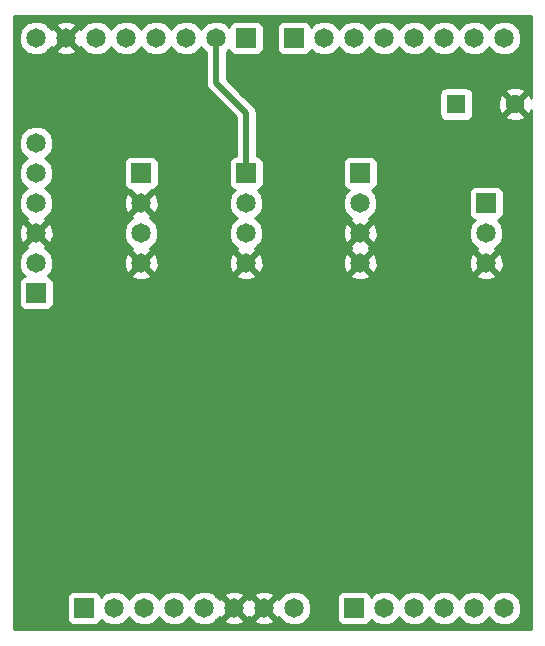
<source format=gbr>
G04 #@! TF.GenerationSoftware,KiCad,Pcbnew,(2017-02-16 revision ccbdb41)-makepkg*
G04 #@! TF.CreationDate,2017-02-23T14:10:58+01:00*
G04 #@! TF.ProjectId,Kicad,4B696361642E6B696361645F70636200,rev?*
G04 #@! TF.FileFunction,Copper,L2,Bot,Signal*
G04 #@! TF.FilePolarity,Positive*
%FSLAX46Y46*%
G04 Gerber Fmt 4.6, Leading zero omitted, Abs format (unit mm)*
G04 Created by KiCad (PCBNEW (2017-02-16 revision ccbdb41)-makepkg) date 02/23/17 14:10:58*
%MOMM*%
%LPD*%
G01*
G04 APERTURE LIST*
%ADD10C,0.100000*%
%ADD11R,1.651000X1.651000*%
%ADD12C,1.651000*%
%ADD13R,1.600000X1.600000*%
%ADD14C,1.600000*%
%ADD15C,0.500000*%
%ADD16C,0.254000*%
G04 APERTURE END LIST*
D10*
D11*
X137922000Y-93853000D03*
D12*
X137922000Y-96393000D03*
X137922000Y-98933000D03*
X137922000Y-101473000D03*
D11*
X119380000Y-93853000D03*
D12*
X119380000Y-96393000D03*
X119380000Y-98933000D03*
X119380000Y-101473000D03*
D11*
X128270000Y-93853000D03*
D12*
X128270000Y-96393000D03*
X128270000Y-98933000D03*
X128270000Y-101473000D03*
D11*
X110490000Y-104013000D03*
D12*
X110490000Y-101473000D03*
X110490000Y-98933000D03*
X110490000Y-96393000D03*
X110490000Y-93853000D03*
X110490000Y-91313000D03*
D11*
X148590000Y-96393000D03*
D12*
X148590000Y-98933000D03*
X148590000Y-101473000D03*
D11*
X114554000Y-130683000D03*
D12*
X117094000Y-130683000D03*
X119634000Y-130683000D03*
X122174000Y-130683000D03*
X124714000Y-130683000D03*
X127254000Y-130683000D03*
X129794000Y-130683000D03*
X132334000Y-130683000D03*
D11*
X137414000Y-130683000D03*
D12*
X139954000Y-130683000D03*
X142494000Y-130683000D03*
X145034000Y-130683000D03*
X147574000Y-130683000D03*
X150114000Y-130683000D03*
D11*
X132334000Y-82423000D03*
D12*
X134874000Y-82423000D03*
X137414000Y-82423000D03*
X139954000Y-82423000D03*
X142494000Y-82423000D03*
X145034000Y-82423000D03*
X147574000Y-82423000D03*
X150114000Y-82423000D03*
D11*
X128270000Y-82423000D03*
D12*
X125730000Y-82423000D03*
X123190000Y-82423000D03*
X120650000Y-82423000D03*
X118110000Y-82423000D03*
X115570000Y-82423000D03*
X113030000Y-82423000D03*
X110490000Y-82423000D03*
D13*
X146050000Y-88011000D03*
D14*
X151050000Y-88011000D03*
D15*
X125730000Y-82423000D02*
X125730000Y-86233000D01*
X128270000Y-88773000D02*
X128270000Y-93853000D01*
X125730000Y-86233000D02*
X128270000Y-88773000D01*
D16*
G36*
X152400000Y-87489087D02*
X152303864Y-87256995D01*
X152057745Y-87182861D01*
X151229605Y-88011000D01*
X152057745Y-88839139D01*
X152303864Y-88765005D01*
X152400000Y-88497544D01*
X152400000Y-132461000D01*
X108660000Y-132461000D01*
X108660000Y-129857500D01*
X113081060Y-129857500D01*
X113081060Y-131508500D01*
X113130343Y-131756265D01*
X113270691Y-131966309D01*
X113480735Y-132106657D01*
X113728500Y-132155940D01*
X115379500Y-132155940D01*
X115627265Y-132106657D01*
X115837309Y-131966309D01*
X115977657Y-131756265D01*
X115998273Y-131652623D01*
X116265613Y-131920430D01*
X116802214Y-132143246D01*
X117383237Y-132143753D01*
X117920226Y-131921874D01*
X118331430Y-131511387D01*
X118363804Y-131433421D01*
X118395126Y-131509226D01*
X118805613Y-131920430D01*
X119342214Y-132143246D01*
X119923237Y-132143753D01*
X120460226Y-131921874D01*
X120871430Y-131511387D01*
X120903804Y-131433421D01*
X120935126Y-131509226D01*
X121345613Y-131920430D01*
X121882214Y-132143246D01*
X122463237Y-132143753D01*
X123000226Y-131921874D01*
X123411430Y-131511387D01*
X123443804Y-131433421D01*
X123475126Y-131509226D01*
X123885613Y-131920430D01*
X124422214Y-132143246D01*
X125003237Y-132143753D01*
X125540226Y-131921874D01*
X125753256Y-131709215D01*
X126407390Y-131709215D01*
X126484656Y-131957976D01*
X127031131Y-132155340D01*
X127611535Y-132128553D01*
X128023344Y-131957976D01*
X128100610Y-131709215D01*
X128947390Y-131709215D01*
X129024656Y-131957976D01*
X129571131Y-132155340D01*
X130151535Y-132128553D01*
X130563344Y-131957976D01*
X130640610Y-131709215D01*
X129794000Y-130862605D01*
X128947390Y-131709215D01*
X128100610Y-131709215D01*
X127254000Y-130862605D01*
X126407390Y-131709215D01*
X125753256Y-131709215D01*
X125951430Y-131511387D01*
X125977487Y-131448634D01*
X125979024Y-131452344D01*
X126227785Y-131529610D01*
X127074395Y-130683000D01*
X127433605Y-130683000D01*
X128280215Y-131529610D01*
X128524000Y-131453890D01*
X128767785Y-131529610D01*
X129614395Y-130683000D01*
X129973605Y-130683000D01*
X130820215Y-131529610D01*
X131068976Y-131452344D01*
X131070211Y-131448926D01*
X131095126Y-131509226D01*
X131505613Y-131920430D01*
X132042214Y-132143246D01*
X132623237Y-132143753D01*
X133160226Y-131921874D01*
X133571430Y-131511387D01*
X133794246Y-130974786D01*
X133794753Y-130393763D01*
X133573174Y-129857500D01*
X135941060Y-129857500D01*
X135941060Y-131508500D01*
X135990343Y-131756265D01*
X136130691Y-131966309D01*
X136340735Y-132106657D01*
X136588500Y-132155940D01*
X138239500Y-132155940D01*
X138487265Y-132106657D01*
X138697309Y-131966309D01*
X138837657Y-131756265D01*
X138858273Y-131652623D01*
X139125613Y-131920430D01*
X139662214Y-132143246D01*
X140243237Y-132143753D01*
X140780226Y-131921874D01*
X141191430Y-131511387D01*
X141223804Y-131433421D01*
X141255126Y-131509226D01*
X141665613Y-131920430D01*
X142202214Y-132143246D01*
X142783237Y-132143753D01*
X143320226Y-131921874D01*
X143731430Y-131511387D01*
X143763804Y-131433421D01*
X143795126Y-131509226D01*
X144205613Y-131920430D01*
X144742214Y-132143246D01*
X145323237Y-132143753D01*
X145860226Y-131921874D01*
X146271430Y-131511387D01*
X146303804Y-131433421D01*
X146335126Y-131509226D01*
X146745613Y-131920430D01*
X147282214Y-132143246D01*
X147863237Y-132143753D01*
X148400226Y-131921874D01*
X148811430Y-131511387D01*
X148843804Y-131433421D01*
X148875126Y-131509226D01*
X149285613Y-131920430D01*
X149822214Y-132143246D01*
X150403237Y-132143753D01*
X150940226Y-131921874D01*
X151351430Y-131511387D01*
X151574246Y-130974786D01*
X151574753Y-130393763D01*
X151352874Y-129856774D01*
X150942387Y-129445570D01*
X150405786Y-129222754D01*
X149824763Y-129222247D01*
X149287774Y-129444126D01*
X148876570Y-129854613D01*
X148844196Y-129932579D01*
X148812874Y-129856774D01*
X148402387Y-129445570D01*
X147865786Y-129222754D01*
X147284763Y-129222247D01*
X146747774Y-129444126D01*
X146336570Y-129854613D01*
X146304196Y-129932579D01*
X146272874Y-129856774D01*
X145862387Y-129445570D01*
X145325786Y-129222754D01*
X144744763Y-129222247D01*
X144207774Y-129444126D01*
X143796570Y-129854613D01*
X143764196Y-129932579D01*
X143732874Y-129856774D01*
X143322387Y-129445570D01*
X142785786Y-129222754D01*
X142204763Y-129222247D01*
X141667774Y-129444126D01*
X141256570Y-129854613D01*
X141224196Y-129932579D01*
X141192874Y-129856774D01*
X140782387Y-129445570D01*
X140245786Y-129222754D01*
X139664763Y-129222247D01*
X139127774Y-129444126D01*
X138858236Y-129713194D01*
X138837657Y-129609735D01*
X138697309Y-129399691D01*
X138487265Y-129259343D01*
X138239500Y-129210060D01*
X136588500Y-129210060D01*
X136340735Y-129259343D01*
X136130691Y-129399691D01*
X135990343Y-129609735D01*
X135941060Y-129857500D01*
X133573174Y-129857500D01*
X133572874Y-129856774D01*
X133162387Y-129445570D01*
X132625786Y-129222754D01*
X132044763Y-129222247D01*
X131507774Y-129444126D01*
X131096570Y-129854613D01*
X131070513Y-129917366D01*
X131068976Y-129913656D01*
X130820215Y-129836390D01*
X129973605Y-130683000D01*
X129614395Y-130683000D01*
X128767785Y-129836390D01*
X128524000Y-129912110D01*
X128280215Y-129836390D01*
X127433605Y-130683000D01*
X127074395Y-130683000D01*
X126227785Y-129836390D01*
X125979024Y-129913656D01*
X125977789Y-129917074D01*
X125952874Y-129856774D01*
X125753234Y-129656785D01*
X126407390Y-129656785D01*
X127254000Y-130503395D01*
X128100610Y-129656785D01*
X128947390Y-129656785D01*
X129794000Y-130503395D01*
X130640610Y-129656785D01*
X130563344Y-129408024D01*
X130016869Y-129210660D01*
X129436465Y-129237447D01*
X129024656Y-129408024D01*
X128947390Y-129656785D01*
X128100610Y-129656785D01*
X128023344Y-129408024D01*
X127476869Y-129210660D01*
X126896465Y-129237447D01*
X126484656Y-129408024D01*
X126407390Y-129656785D01*
X125753234Y-129656785D01*
X125542387Y-129445570D01*
X125005786Y-129222754D01*
X124424763Y-129222247D01*
X123887774Y-129444126D01*
X123476570Y-129854613D01*
X123444196Y-129932579D01*
X123412874Y-129856774D01*
X123002387Y-129445570D01*
X122465786Y-129222754D01*
X121884763Y-129222247D01*
X121347774Y-129444126D01*
X120936570Y-129854613D01*
X120904196Y-129932579D01*
X120872874Y-129856774D01*
X120462387Y-129445570D01*
X119925786Y-129222754D01*
X119344763Y-129222247D01*
X118807774Y-129444126D01*
X118396570Y-129854613D01*
X118364196Y-129932579D01*
X118332874Y-129856774D01*
X117922387Y-129445570D01*
X117385786Y-129222754D01*
X116804763Y-129222247D01*
X116267774Y-129444126D01*
X115998236Y-129713194D01*
X115977657Y-129609735D01*
X115837309Y-129399691D01*
X115627265Y-129259343D01*
X115379500Y-129210060D01*
X113728500Y-129210060D01*
X113480735Y-129259343D01*
X113270691Y-129399691D01*
X113130343Y-129609735D01*
X113081060Y-129857500D01*
X108660000Y-129857500D01*
X108660000Y-103187500D01*
X109017060Y-103187500D01*
X109017060Y-104838500D01*
X109066343Y-105086265D01*
X109206691Y-105296309D01*
X109416735Y-105436657D01*
X109664500Y-105485940D01*
X111315500Y-105485940D01*
X111563265Y-105436657D01*
X111773309Y-105296309D01*
X111913657Y-105086265D01*
X111962940Y-104838500D01*
X111962940Y-103187500D01*
X111913657Y-102939735D01*
X111773309Y-102729691D01*
X111563265Y-102589343D01*
X111459623Y-102568727D01*
X111529256Y-102499215D01*
X118533390Y-102499215D01*
X118610656Y-102747976D01*
X119157131Y-102945340D01*
X119737535Y-102918553D01*
X120149344Y-102747976D01*
X120226610Y-102499215D01*
X127423390Y-102499215D01*
X127500656Y-102747976D01*
X128047131Y-102945340D01*
X128627535Y-102918553D01*
X129039344Y-102747976D01*
X129116610Y-102499215D01*
X137075390Y-102499215D01*
X137152656Y-102747976D01*
X137699131Y-102945340D01*
X138279535Y-102918553D01*
X138691344Y-102747976D01*
X138768610Y-102499215D01*
X147743390Y-102499215D01*
X147820656Y-102747976D01*
X148367131Y-102945340D01*
X148947535Y-102918553D01*
X149359344Y-102747976D01*
X149436610Y-102499215D01*
X148590000Y-101652605D01*
X147743390Y-102499215D01*
X138768610Y-102499215D01*
X137922000Y-101652605D01*
X137075390Y-102499215D01*
X129116610Y-102499215D01*
X128270000Y-101652605D01*
X127423390Y-102499215D01*
X120226610Y-102499215D01*
X119380000Y-101652605D01*
X118533390Y-102499215D01*
X111529256Y-102499215D01*
X111727430Y-102301387D01*
X111950246Y-101764786D01*
X111950695Y-101250131D01*
X117907660Y-101250131D01*
X117934447Y-101830535D01*
X118105024Y-102242344D01*
X118353785Y-102319610D01*
X119200395Y-101473000D01*
X119559605Y-101473000D01*
X120406215Y-102319610D01*
X120654976Y-102242344D01*
X120852340Y-101695869D01*
X120831769Y-101250131D01*
X126797660Y-101250131D01*
X126824447Y-101830535D01*
X126995024Y-102242344D01*
X127243785Y-102319610D01*
X128090395Y-101473000D01*
X128449605Y-101473000D01*
X129296215Y-102319610D01*
X129544976Y-102242344D01*
X129742340Y-101695869D01*
X129721769Y-101250131D01*
X136449660Y-101250131D01*
X136476447Y-101830535D01*
X136647024Y-102242344D01*
X136895785Y-102319610D01*
X137742395Y-101473000D01*
X138101605Y-101473000D01*
X138948215Y-102319610D01*
X139196976Y-102242344D01*
X139394340Y-101695869D01*
X139373769Y-101250131D01*
X147117660Y-101250131D01*
X147144447Y-101830535D01*
X147315024Y-102242344D01*
X147563785Y-102319610D01*
X148410395Y-101473000D01*
X148769605Y-101473000D01*
X149616215Y-102319610D01*
X149864976Y-102242344D01*
X150062340Y-101695869D01*
X150035553Y-101115465D01*
X149864976Y-100703656D01*
X149616215Y-100626390D01*
X148769605Y-101473000D01*
X148410395Y-101473000D01*
X147563785Y-100626390D01*
X147315024Y-100703656D01*
X147117660Y-101250131D01*
X139373769Y-101250131D01*
X139367553Y-101115465D01*
X139196976Y-100703656D01*
X138948215Y-100626390D01*
X138101605Y-101473000D01*
X137742395Y-101473000D01*
X136895785Y-100626390D01*
X136647024Y-100703656D01*
X136449660Y-101250131D01*
X129721769Y-101250131D01*
X129715553Y-101115465D01*
X129544976Y-100703656D01*
X129296215Y-100626390D01*
X128449605Y-101473000D01*
X128090395Y-101473000D01*
X127243785Y-100626390D01*
X126995024Y-100703656D01*
X126797660Y-101250131D01*
X120831769Y-101250131D01*
X120825553Y-101115465D01*
X120654976Y-100703656D01*
X120406215Y-100626390D01*
X119559605Y-101473000D01*
X119200395Y-101473000D01*
X118353785Y-100626390D01*
X118105024Y-100703656D01*
X117907660Y-101250131D01*
X111950695Y-101250131D01*
X111950753Y-101183763D01*
X111728874Y-100646774D01*
X111318387Y-100235570D01*
X111255634Y-100209513D01*
X111259344Y-100207976D01*
X111336610Y-99959215D01*
X110490000Y-99112605D01*
X109643390Y-99959215D01*
X109720656Y-100207976D01*
X109724074Y-100209211D01*
X109663774Y-100234126D01*
X109252570Y-100644613D01*
X109029754Y-101181214D01*
X109029247Y-101762237D01*
X109251126Y-102299226D01*
X109520194Y-102568764D01*
X109416735Y-102589343D01*
X109206691Y-102729691D01*
X109066343Y-102939735D01*
X109017060Y-103187500D01*
X108660000Y-103187500D01*
X108660000Y-98710131D01*
X109017660Y-98710131D01*
X109044447Y-99290535D01*
X109215024Y-99702344D01*
X109463785Y-99779610D01*
X110310395Y-98933000D01*
X110669605Y-98933000D01*
X111516215Y-99779610D01*
X111764976Y-99702344D01*
X111938370Y-99222237D01*
X117919247Y-99222237D01*
X118141126Y-99759226D01*
X118551613Y-100170430D01*
X118614366Y-100196487D01*
X118610656Y-100198024D01*
X118533390Y-100446785D01*
X119380000Y-101293395D01*
X120226610Y-100446785D01*
X120149344Y-100198024D01*
X120145926Y-100196789D01*
X120206226Y-100171874D01*
X120617430Y-99761387D01*
X120840246Y-99224786D01*
X120840753Y-98643763D01*
X120618874Y-98106774D01*
X120208387Y-97695570D01*
X120145634Y-97669513D01*
X120149344Y-97667976D01*
X120226610Y-97419215D01*
X119380000Y-96572605D01*
X118533390Y-97419215D01*
X118610656Y-97667976D01*
X118614074Y-97669211D01*
X118553774Y-97694126D01*
X118142570Y-98104613D01*
X117919754Y-98641214D01*
X117919247Y-99222237D01*
X111938370Y-99222237D01*
X111962340Y-99155869D01*
X111935553Y-98575465D01*
X111764976Y-98163656D01*
X111516215Y-98086390D01*
X110669605Y-98933000D01*
X110310395Y-98933000D01*
X109463785Y-98086390D01*
X109215024Y-98163656D01*
X109017660Y-98710131D01*
X108660000Y-98710131D01*
X108660000Y-91602237D01*
X109029247Y-91602237D01*
X109251126Y-92139226D01*
X109661613Y-92550430D01*
X109739579Y-92582804D01*
X109663774Y-92614126D01*
X109252570Y-93024613D01*
X109029754Y-93561214D01*
X109029247Y-94142237D01*
X109251126Y-94679226D01*
X109661613Y-95090430D01*
X109739579Y-95122804D01*
X109663774Y-95154126D01*
X109252570Y-95564613D01*
X109029754Y-96101214D01*
X109029247Y-96682237D01*
X109251126Y-97219226D01*
X109661613Y-97630430D01*
X109724366Y-97656487D01*
X109720656Y-97658024D01*
X109643390Y-97906785D01*
X110490000Y-98753395D01*
X111336610Y-97906785D01*
X111259344Y-97658024D01*
X111255926Y-97656789D01*
X111316226Y-97631874D01*
X111727430Y-97221387D01*
X111950246Y-96684786D01*
X111950695Y-96170131D01*
X117907660Y-96170131D01*
X117934447Y-96750535D01*
X118105024Y-97162344D01*
X118353785Y-97239610D01*
X119200395Y-96393000D01*
X119559605Y-96393000D01*
X120406215Y-97239610D01*
X120654976Y-97162344D01*
X120852340Y-96615869D01*
X120825553Y-96035465D01*
X120654976Y-95623656D01*
X120406215Y-95546390D01*
X119559605Y-96393000D01*
X119200395Y-96393000D01*
X118353785Y-95546390D01*
X118105024Y-95623656D01*
X117907660Y-96170131D01*
X111950695Y-96170131D01*
X111950753Y-96103763D01*
X111728874Y-95566774D01*
X111318387Y-95155570D01*
X111240421Y-95123196D01*
X111316226Y-95091874D01*
X111727430Y-94681387D01*
X111950246Y-94144786D01*
X111950753Y-93563763D01*
X111729174Y-93027500D01*
X117907060Y-93027500D01*
X117907060Y-94678500D01*
X117956343Y-94926265D01*
X118096691Y-95136309D01*
X118306735Y-95276657D01*
X118546567Y-95324362D01*
X118533390Y-95366785D01*
X119380000Y-96213395D01*
X120226610Y-95366785D01*
X120213433Y-95324362D01*
X120453265Y-95276657D01*
X120663309Y-95136309D01*
X120803657Y-94926265D01*
X120852940Y-94678500D01*
X120852940Y-93027500D01*
X120803657Y-92779735D01*
X120663309Y-92569691D01*
X120453265Y-92429343D01*
X120205500Y-92380060D01*
X118554500Y-92380060D01*
X118306735Y-92429343D01*
X118096691Y-92569691D01*
X117956343Y-92779735D01*
X117907060Y-93027500D01*
X111729174Y-93027500D01*
X111728874Y-93026774D01*
X111318387Y-92615570D01*
X111240421Y-92583196D01*
X111316226Y-92551874D01*
X111727430Y-92141387D01*
X111950246Y-91604786D01*
X111950753Y-91023763D01*
X111728874Y-90486774D01*
X111318387Y-90075570D01*
X110781786Y-89852754D01*
X110200763Y-89852247D01*
X109663774Y-90074126D01*
X109252570Y-90484613D01*
X109029754Y-91021214D01*
X109029247Y-91602237D01*
X108660000Y-91602237D01*
X108660000Y-82712237D01*
X109029247Y-82712237D01*
X109251126Y-83249226D01*
X109661613Y-83660430D01*
X110198214Y-83883246D01*
X110779237Y-83883753D01*
X111316226Y-83661874D01*
X111529256Y-83449215D01*
X112183390Y-83449215D01*
X112260656Y-83697976D01*
X112807131Y-83895340D01*
X113387535Y-83868553D01*
X113799344Y-83697976D01*
X113876610Y-83449215D01*
X113030000Y-82602605D01*
X112183390Y-83449215D01*
X111529256Y-83449215D01*
X111727430Y-83251387D01*
X111753487Y-83188634D01*
X111755024Y-83192344D01*
X112003785Y-83269610D01*
X112850395Y-82423000D01*
X113209605Y-82423000D01*
X114056215Y-83269610D01*
X114304976Y-83192344D01*
X114306211Y-83188926D01*
X114331126Y-83249226D01*
X114741613Y-83660430D01*
X115278214Y-83883246D01*
X115859237Y-83883753D01*
X116396226Y-83661874D01*
X116807430Y-83251387D01*
X116839804Y-83173421D01*
X116871126Y-83249226D01*
X117281613Y-83660430D01*
X117818214Y-83883246D01*
X118399237Y-83883753D01*
X118936226Y-83661874D01*
X119347430Y-83251387D01*
X119379804Y-83173421D01*
X119411126Y-83249226D01*
X119821613Y-83660430D01*
X120358214Y-83883246D01*
X120939237Y-83883753D01*
X121476226Y-83661874D01*
X121887430Y-83251387D01*
X121919804Y-83173421D01*
X121951126Y-83249226D01*
X122361613Y-83660430D01*
X122898214Y-83883246D01*
X123479237Y-83883753D01*
X124016226Y-83661874D01*
X124427430Y-83251387D01*
X124459804Y-83173421D01*
X124491126Y-83249226D01*
X124845000Y-83603718D01*
X124845000Y-86232995D01*
X124844999Y-86233000D01*
X124901190Y-86515484D01*
X124912367Y-86571675D01*
X125104210Y-86858790D01*
X127385000Y-89139579D01*
X127385000Y-92391895D01*
X127196735Y-92429343D01*
X126986691Y-92569691D01*
X126846343Y-92779735D01*
X126797060Y-93027500D01*
X126797060Y-94678500D01*
X126846343Y-94926265D01*
X126986691Y-95136309D01*
X127196735Y-95276657D01*
X127300377Y-95297273D01*
X127032570Y-95564613D01*
X126809754Y-96101214D01*
X126809247Y-96682237D01*
X127031126Y-97219226D01*
X127441613Y-97630430D01*
X127519579Y-97662804D01*
X127443774Y-97694126D01*
X127032570Y-98104613D01*
X126809754Y-98641214D01*
X126809247Y-99222237D01*
X127031126Y-99759226D01*
X127441613Y-100170430D01*
X127504366Y-100196487D01*
X127500656Y-100198024D01*
X127423390Y-100446785D01*
X128270000Y-101293395D01*
X129116610Y-100446785D01*
X129039344Y-100198024D01*
X129035926Y-100196789D01*
X129096226Y-100171874D01*
X129309256Y-99959215D01*
X137075390Y-99959215D01*
X137151110Y-100203000D01*
X137075390Y-100446785D01*
X137922000Y-101293395D01*
X138768610Y-100446785D01*
X138692890Y-100203000D01*
X138768610Y-99959215D01*
X137922000Y-99112605D01*
X137075390Y-99959215D01*
X129309256Y-99959215D01*
X129507430Y-99761387D01*
X129730246Y-99224786D01*
X129730695Y-98710131D01*
X136449660Y-98710131D01*
X136476447Y-99290535D01*
X136647024Y-99702344D01*
X136895785Y-99779610D01*
X137742395Y-98933000D01*
X138101605Y-98933000D01*
X138948215Y-99779610D01*
X139196976Y-99702344D01*
X139394340Y-99155869D01*
X139367553Y-98575465D01*
X139196976Y-98163656D01*
X138948215Y-98086390D01*
X138101605Y-98933000D01*
X137742395Y-98933000D01*
X136895785Y-98086390D01*
X136647024Y-98163656D01*
X136449660Y-98710131D01*
X129730695Y-98710131D01*
X129730753Y-98643763D01*
X129508874Y-98106774D01*
X129098387Y-97695570D01*
X129020421Y-97663196D01*
X129096226Y-97631874D01*
X129507430Y-97221387D01*
X129730246Y-96684786D01*
X129730753Y-96103763D01*
X129508874Y-95566774D01*
X129239806Y-95297236D01*
X129343265Y-95276657D01*
X129553309Y-95136309D01*
X129693657Y-94926265D01*
X129742940Y-94678500D01*
X129742940Y-93027500D01*
X136449060Y-93027500D01*
X136449060Y-94678500D01*
X136498343Y-94926265D01*
X136638691Y-95136309D01*
X136848735Y-95276657D01*
X136952377Y-95297273D01*
X136684570Y-95564613D01*
X136461754Y-96101214D01*
X136461247Y-96682237D01*
X136683126Y-97219226D01*
X137093613Y-97630430D01*
X137156366Y-97656487D01*
X137152656Y-97658024D01*
X137075390Y-97906785D01*
X137922000Y-98753395D01*
X138768610Y-97906785D01*
X138691344Y-97658024D01*
X138687926Y-97656789D01*
X138748226Y-97631874D01*
X139159430Y-97221387D01*
X139382246Y-96684786D01*
X139382753Y-96103763D01*
X139161174Y-95567500D01*
X147117060Y-95567500D01*
X147117060Y-97218500D01*
X147166343Y-97466265D01*
X147306691Y-97676309D01*
X147516735Y-97816657D01*
X147620377Y-97837273D01*
X147352570Y-98104613D01*
X147129754Y-98641214D01*
X147129247Y-99222237D01*
X147351126Y-99759226D01*
X147761613Y-100170430D01*
X147824366Y-100196487D01*
X147820656Y-100198024D01*
X147743390Y-100446785D01*
X148590000Y-101293395D01*
X149436610Y-100446785D01*
X149359344Y-100198024D01*
X149355926Y-100196789D01*
X149416226Y-100171874D01*
X149827430Y-99761387D01*
X150050246Y-99224786D01*
X150050753Y-98643763D01*
X149828874Y-98106774D01*
X149559806Y-97837236D01*
X149663265Y-97816657D01*
X149873309Y-97676309D01*
X150013657Y-97466265D01*
X150062940Y-97218500D01*
X150062940Y-95567500D01*
X150013657Y-95319735D01*
X149873309Y-95109691D01*
X149663265Y-94969343D01*
X149415500Y-94920060D01*
X147764500Y-94920060D01*
X147516735Y-94969343D01*
X147306691Y-95109691D01*
X147166343Y-95319735D01*
X147117060Y-95567500D01*
X139161174Y-95567500D01*
X139160874Y-95566774D01*
X138891806Y-95297236D01*
X138995265Y-95276657D01*
X139205309Y-95136309D01*
X139345657Y-94926265D01*
X139394940Y-94678500D01*
X139394940Y-93027500D01*
X139345657Y-92779735D01*
X139205309Y-92569691D01*
X138995265Y-92429343D01*
X138747500Y-92380060D01*
X137096500Y-92380060D01*
X136848735Y-92429343D01*
X136638691Y-92569691D01*
X136498343Y-92779735D01*
X136449060Y-93027500D01*
X129742940Y-93027500D01*
X129693657Y-92779735D01*
X129553309Y-92569691D01*
X129343265Y-92429343D01*
X129155000Y-92391895D01*
X129155000Y-88773000D01*
X129087633Y-88434325D01*
X128895790Y-88147210D01*
X128895787Y-88147208D01*
X127959580Y-87211000D01*
X144602560Y-87211000D01*
X144602560Y-88811000D01*
X144651843Y-89058765D01*
X144792191Y-89268809D01*
X145002235Y-89409157D01*
X145250000Y-89458440D01*
X146850000Y-89458440D01*
X147097765Y-89409157D01*
X147307809Y-89268809D01*
X147448157Y-89058765D01*
X147456117Y-89018745D01*
X150221861Y-89018745D01*
X150295995Y-89264864D01*
X150833223Y-89457965D01*
X151403454Y-89430778D01*
X151804005Y-89264864D01*
X151878139Y-89018745D01*
X151050000Y-88190605D01*
X150221861Y-89018745D01*
X147456117Y-89018745D01*
X147497440Y-88811000D01*
X147497440Y-87794223D01*
X149603035Y-87794223D01*
X149630222Y-88364454D01*
X149796136Y-88765005D01*
X150042255Y-88839139D01*
X150870395Y-88011000D01*
X150042255Y-87182861D01*
X149796136Y-87256995D01*
X149603035Y-87794223D01*
X147497440Y-87794223D01*
X147497440Y-87211000D01*
X147456118Y-87003255D01*
X150221861Y-87003255D01*
X151050000Y-87831395D01*
X151878139Y-87003255D01*
X151804005Y-86757136D01*
X151266777Y-86564035D01*
X150696546Y-86591222D01*
X150295995Y-86757136D01*
X150221861Y-87003255D01*
X147456118Y-87003255D01*
X147448157Y-86963235D01*
X147307809Y-86753191D01*
X147097765Y-86612843D01*
X146850000Y-86563560D01*
X145250000Y-86563560D01*
X145002235Y-86612843D01*
X144792191Y-86753191D01*
X144651843Y-86963235D01*
X144602560Y-87211000D01*
X127959580Y-87211000D01*
X126615000Y-85866420D01*
X126615000Y-83603202D01*
X126825764Y-83392806D01*
X126846343Y-83496265D01*
X126986691Y-83706309D01*
X127196735Y-83846657D01*
X127444500Y-83895940D01*
X129095500Y-83895940D01*
X129343265Y-83846657D01*
X129553309Y-83706309D01*
X129693657Y-83496265D01*
X129742940Y-83248500D01*
X129742940Y-81597500D01*
X130861060Y-81597500D01*
X130861060Y-83248500D01*
X130910343Y-83496265D01*
X131050691Y-83706309D01*
X131260735Y-83846657D01*
X131508500Y-83895940D01*
X133159500Y-83895940D01*
X133407265Y-83846657D01*
X133617309Y-83706309D01*
X133757657Y-83496265D01*
X133778273Y-83392623D01*
X134045613Y-83660430D01*
X134582214Y-83883246D01*
X135163237Y-83883753D01*
X135700226Y-83661874D01*
X136111430Y-83251387D01*
X136143804Y-83173421D01*
X136175126Y-83249226D01*
X136585613Y-83660430D01*
X137122214Y-83883246D01*
X137703237Y-83883753D01*
X138240226Y-83661874D01*
X138651430Y-83251387D01*
X138683804Y-83173421D01*
X138715126Y-83249226D01*
X139125613Y-83660430D01*
X139662214Y-83883246D01*
X140243237Y-83883753D01*
X140780226Y-83661874D01*
X141191430Y-83251387D01*
X141223804Y-83173421D01*
X141255126Y-83249226D01*
X141665613Y-83660430D01*
X142202214Y-83883246D01*
X142783237Y-83883753D01*
X143320226Y-83661874D01*
X143731430Y-83251387D01*
X143763804Y-83173421D01*
X143795126Y-83249226D01*
X144205613Y-83660430D01*
X144742214Y-83883246D01*
X145323237Y-83883753D01*
X145860226Y-83661874D01*
X146271430Y-83251387D01*
X146303804Y-83173421D01*
X146335126Y-83249226D01*
X146745613Y-83660430D01*
X147282214Y-83883246D01*
X147863237Y-83883753D01*
X148400226Y-83661874D01*
X148811430Y-83251387D01*
X148843804Y-83173421D01*
X148875126Y-83249226D01*
X149285613Y-83660430D01*
X149822214Y-83883246D01*
X150403237Y-83883753D01*
X150940226Y-83661874D01*
X151351430Y-83251387D01*
X151574246Y-82714786D01*
X151574753Y-82133763D01*
X151352874Y-81596774D01*
X150942387Y-81185570D01*
X150405786Y-80962754D01*
X149824763Y-80962247D01*
X149287774Y-81184126D01*
X148876570Y-81594613D01*
X148844196Y-81672579D01*
X148812874Y-81596774D01*
X148402387Y-81185570D01*
X147865786Y-80962754D01*
X147284763Y-80962247D01*
X146747774Y-81184126D01*
X146336570Y-81594613D01*
X146304196Y-81672579D01*
X146272874Y-81596774D01*
X145862387Y-81185570D01*
X145325786Y-80962754D01*
X144744763Y-80962247D01*
X144207774Y-81184126D01*
X143796570Y-81594613D01*
X143764196Y-81672579D01*
X143732874Y-81596774D01*
X143322387Y-81185570D01*
X142785786Y-80962754D01*
X142204763Y-80962247D01*
X141667774Y-81184126D01*
X141256570Y-81594613D01*
X141224196Y-81672579D01*
X141192874Y-81596774D01*
X140782387Y-81185570D01*
X140245786Y-80962754D01*
X139664763Y-80962247D01*
X139127774Y-81184126D01*
X138716570Y-81594613D01*
X138684196Y-81672579D01*
X138652874Y-81596774D01*
X138242387Y-81185570D01*
X137705786Y-80962754D01*
X137124763Y-80962247D01*
X136587774Y-81184126D01*
X136176570Y-81594613D01*
X136144196Y-81672579D01*
X136112874Y-81596774D01*
X135702387Y-81185570D01*
X135165786Y-80962754D01*
X134584763Y-80962247D01*
X134047774Y-81184126D01*
X133778236Y-81453194D01*
X133757657Y-81349735D01*
X133617309Y-81139691D01*
X133407265Y-80999343D01*
X133159500Y-80950060D01*
X131508500Y-80950060D01*
X131260735Y-80999343D01*
X131050691Y-81139691D01*
X130910343Y-81349735D01*
X130861060Y-81597500D01*
X129742940Y-81597500D01*
X129693657Y-81349735D01*
X129553309Y-81139691D01*
X129343265Y-80999343D01*
X129095500Y-80950060D01*
X127444500Y-80950060D01*
X127196735Y-80999343D01*
X126986691Y-81139691D01*
X126846343Y-81349735D01*
X126825727Y-81453377D01*
X126558387Y-81185570D01*
X126021786Y-80962754D01*
X125440763Y-80962247D01*
X124903774Y-81184126D01*
X124492570Y-81594613D01*
X124460196Y-81672579D01*
X124428874Y-81596774D01*
X124018387Y-81185570D01*
X123481786Y-80962754D01*
X122900763Y-80962247D01*
X122363774Y-81184126D01*
X121952570Y-81594613D01*
X121920196Y-81672579D01*
X121888874Y-81596774D01*
X121478387Y-81185570D01*
X120941786Y-80962754D01*
X120360763Y-80962247D01*
X119823774Y-81184126D01*
X119412570Y-81594613D01*
X119380196Y-81672579D01*
X119348874Y-81596774D01*
X118938387Y-81185570D01*
X118401786Y-80962754D01*
X117820763Y-80962247D01*
X117283774Y-81184126D01*
X116872570Y-81594613D01*
X116840196Y-81672579D01*
X116808874Y-81596774D01*
X116398387Y-81185570D01*
X115861786Y-80962754D01*
X115280763Y-80962247D01*
X114743774Y-81184126D01*
X114332570Y-81594613D01*
X114306513Y-81657366D01*
X114304976Y-81653656D01*
X114056215Y-81576390D01*
X113209605Y-82423000D01*
X112850395Y-82423000D01*
X112003785Y-81576390D01*
X111755024Y-81653656D01*
X111753789Y-81657074D01*
X111728874Y-81596774D01*
X111529234Y-81396785D01*
X112183390Y-81396785D01*
X113030000Y-82243395D01*
X113876610Y-81396785D01*
X113799344Y-81148024D01*
X113252869Y-80950660D01*
X112672465Y-80977447D01*
X112260656Y-81148024D01*
X112183390Y-81396785D01*
X111529234Y-81396785D01*
X111318387Y-81185570D01*
X110781786Y-80962754D01*
X110200763Y-80962247D01*
X109663774Y-81184126D01*
X109252570Y-81594613D01*
X109029754Y-82131214D01*
X109029247Y-82712237D01*
X108660000Y-82712237D01*
X108660000Y-80593000D01*
X152400000Y-80593000D01*
X152400000Y-87489087D01*
X152400000Y-87489087D01*
G37*
X152400000Y-87489087D02*
X152303864Y-87256995D01*
X152057745Y-87182861D01*
X151229605Y-88011000D01*
X152057745Y-88839139D01*
X152303864Y-88765005D01*
X152400000Y-88497544D01*
X152400000Y-132461000D01*
X108660000Y-132461000D01*
X108660000Y-129857500D01*
X113081060Y-129857500D01*
X113081060Y-131508500D01*
X113130343Y-131756265D01*
X113270691Y-131966309D01*
X113480735Y-132106657D01*
X113728500Y-132155940D01*
X115379500Y-132155940D01*
X115627265Y-132106657D01*
X115837309Y-131966309D01*
X115977657Y-131756265D01*
X115998273Y-131652623D01*
X116265613Y-131920430D01*
X116802214Y-132143246D01*
X117383237Y-132143753D01*
X117920226Y-131921874D01*
X118331430Y-131511387D01*
X118363804Y-131433421D01*
X118395126Y-131509226D01*
X118805613Y-131920430D01*
X119342214Y-132143246D01*
X119923237Y-132143753D01*
X120460226Y-131921874D01*
X120871430Y-131511387D01*
X120903804Y-131433421D01*
X120935126Y-131509226D01*
X121345613Y-131920430D01*
X121882214Y-132143246D01*
X122463237Y-132143753D01*
X123000226Y-131921874D01*
X123411430Y-131511387D01*
X123443804Y-131433421D01*
X123475126Y-131509226D01*
X123885613Y-131920430D01*
X124422214Y-132143246D01*
X125003237Y-132143753D01*
X125540226Y-131921874D01*
X125753256Y-131709215D01*
X126407390Y-131709215D01*
X126484656Y-131957976D01*
X127031131Y-132155340D01*
X127611535Y-132128553D01*
X128023344Y-131957976D01*
X128100610Y-131709215D01*
X128947390Y-131709215D01*
X129024656Y-131957976D01*
X129571131Y-132155340D01*
X130151535Y-132128553D01*
X130563344Y-131957976D01*
X130640610Y-131709215D01*
X129794000Y-130862605D01*
X128947390Y-131709215D01*
X128100610Y-131709215D01*
X127254000Y-130862605D01*
X126407390Y-131709215D01*
X125753256Y-131709215D01*
X125951430Y-131511387D01*
X125977487Y-131448634D01*
X125979024Y-131452344D01*
X126227785Y-131529610D01*
X127074395Y-130683000D01*
X127433605Y-130683000D01*
X128280215Y-131529610D01*
X128524000Y-131453890D01*
X128767785Y-131529610D01*
X129614395Y-130683000D01*
X129973605Y-130683000D01*
X130820215Y-131529610D01*
X131068976Y-131452344D01*
X131070211Y-131448926D01*
X131095126Y-131509226D01*
X131505613Y-131920430D01*
X132042214Y-132143246D01*
X132623237Y-132143753D01*
X133160226Y-131921874D01*
X133571430Y-131511387D01*
X133794246Y-130974786D01*
X133794753Y-130393763D01*
X133573174Y-129857500D01*
X135941060Y-129857500D01*
X135941060Y-131508500D01*
X135990343Y-131756265D01*
X136130691Y-131966309D01*
X136340735Y-132106657D01*
X136588500Y-132155940D01*
X138239500Y-132155940D01*
X138487265Y-132106657D01*
X138697309Y-131966309D01*
X138837657Y-131756265D01*
X138858273Y-131652623D01*
X139125613Y-131920430D01*
X139662214Y-132143246D01*
X140243237Y-132143753D01*
X140780226Y-131921874D01*
X141191430Y-131511387D01*
X141223804Y-131433421D01*
X141255126Y-131509226D01*
X141665613Y-131920430D01*
X142202214Y-132143246D01*
X142783237Y-132143753D01*
X143320226Y-131921874D01*
X143731430Y-131511387D01*
X143763804Y-131433421D01*
X143795126Y-131509226D01*
X144205613Y-131920430D01*
X144742214Y-132143246D01*
X145323237Y-132143753D01*
X145860226Y-131921874D01*
X146271430Y-131511387D01*
X146303804Y-131433421D01*
X146335126Y-131509226D01*
X146745613Y-131920430D01*
X147282214Y-132143246D01*
X147863237Y-132143753D01*
X148400226Y-131921874D01*
X148811430Y-131511387D01*
X148843804Y-131433421D01*
X148875126Y-131509226D01*
X149285613Y-131920430D01*
X149822214Y-132143246D01*
X150403237Y-132143753D01*
X150940226Y-131921874D01*
X151351430Y-131511387D01*
X151574246Y-130974786D01*
X151574753Y-130393763D01*
X151352874Y-129856774D01*
X150942387Y-129445570D01*
X150405786Y-129222754D01*
X149824763Y-129222247D01*
X149287774Y-129444126D01*
X148876570Y-129854613D01*
X148844196Y-129932579D01*
X148812874Y-129856774D01*
X148402387Y-129445570D01*
X147865786Y-129222754D01*
X147284763Y-129222247D01*
X146747774Y-129444126D01*
X146336570Y-129854613D01*
X146304196Y-129932579D01*
X146272874Y-129856774D01*
X145862387Y-129445570D01*
X145325786Y-129222754D01*
X144744763Y-129222247D01*
X144207774Y-129444126D01*
X143796570Y-129854613D01*
X143764196Y-129932579D01*
X143732874Y-129856774D01*
X143322387Y-129445570D01*
X142785786Y-129222754D01*
X142204763Y-129222247D01*
X141667774Y-129444126D01*
X141256570Y-129854613D01*
X141224196Y-129932579D01*
X141192874Y-129856774D01*
X140782387Y-129445570D01*
X140245786Y-129222754D01*
X139664763Y-129222247D01*
X139127774Y-129444126D01*
X138858236Y-129713194D01*
X138837657Y-129609735D01*
X138697309Y-129399691D01*
X138487265Y-129259343D01*
X138239500Y-129210060D01*
X136588500Y-129210060D01*
X136340735Y-129259343D01*
X136130691Y-129399691D01*
X135990343Y-129609735D01*
X135941060Y-129857500D01*
X133573174Y-129857500D01*
X133572874Y-129856774D01*
X133162387Y-129445570D01*
X132625786Y-129222754D01*
X132044763Y-129222247D01*
X131507774Y-129444126D01*
X131096570Y-129854613D01*
X131070513Y-129917366D01*
X131068976Y-129913656D01*
X130820215Y-129836390D01*
X129973605Y-130683000D01*
X129614395Y-130683000D01*
X128767785Y-129836390D01*
X128524000Y-129912110D01*
X128280215Y-129836390D01*
X127433605Y-130683000D01*
X127074395Y-130683000D01*
X126227785Y-129836390D01*
X125979024Y-129913656D01*
X125977789Y-129917074D01*
X125952874Y-129856774D01*
X125753234Y-129656785D01*
X126407390Y-129656785D01*
X127254000Y-130503395D01*
X128100610Y-129656785D01*
X128947390Y-129656785D01*
X129794000Y-130503395D01*
X130640610Y-129656785D01*
X130563344Y-129408024D01*
X130016869Y-129210660D01*
X129436465Y-129237447D01*
X129024656Y-129408024D01*
X128947390Y-129656785D01*
X128100610Y-129656785D01*
X128023344Y-129408024D01*
X127476869Y-129210660D01*
X126896465Y-129237447D01*
X126484656Y-129408024D01*
X126407390Y-129656785D01*
X125753234Y-129656785D01*
X125542387Y-129445570D01*
X125005786Y-129222754D01*
X124424763Y-129222247D01*
X123887774Y-129444126D01*
X123476570Y-129854613D01*
X123444196Y-129932579D01*
X123412874Y-129856774D01*
X123002387Y-129445570D01*
X122465786Y-129222754D01*
X121884763Y-129222247D01*
X121347774Y-129444126D01*
X120936570Y-129854613D01*
X120904196Y-129932579D01*
X120872874Y-129856774D01*
X120462387Y-129445570D01*
X119925786Y-129222754D01*
X119344763Y-129222247D01*
X118807774Y-129444126D01*
X118396570Y-129854613D01*
X118364196Y-129932579D01*
X118332874Y-129856774D01*
X117922387Y-129445570D01*
X117385786Y-129222754D01*
X116804763Y-129222247D01*
X116267774Y-129444126D01*
X115998236Y-129713194D01*
X115977657Y-129609735D01*
X115837309Y-129399691D01*
X115627265Y-129259343D01*
X115379500Y-129210060D01*
X113728500Y-129210060D01*
X113480735Y-129259343D01*
X113270691Y-129399691D01*
X113130343Y-129609735D01*
X113081060Y-129857500D01*
X108660000Y-129857500D01*
X108660000Y-103187500D01*
X109017060Y-103187500D01*
X109017060Y-104838500D01*
X109066343Y-105086265D01*
X109206691Y-105296309D01*
X109416735Y-105436657D01*
X109664500Y-105485940D01*
X111315500Y-105485940D01*
X111563265Y-105436657D01*
X111773309Y-105296309D01*
X111913657Y-105086265D01*
X111962940Y-104838500D01*
X111962940Y-103187500D01*
X111913657Y-102939735D01*
X111773309Y-102729691D01*
X111563265Y-102589343D01*
X111459623Y-102568727D01*
X111529256Y-102499215D01*
X118533390Y-102499215D01*
X118610656Y-102747976D01*
X119157131Y-102945340D01*
X119737535Y-102918553D01*
X120149344Y-102747976D01*
X120226610Y-102499215D01*
X127423390Y-102499215D01*
X127500656Y-102747976D01*
X128047131Y-102945340D01*
X128627535Y-102918553D01*
X129039344Y-102747976D01*
X129116610Y-102499215D01*
X137075390Y-102499215D01*
X137152656Y-102747976D01*
X137699131Y-102945340D01*
X138279535Y-102918553D01*
X138691344Y-102747976D01*
X138768610Y-102499215D01*
X147743390Y-102499215D01*
X147820656Y-102747976D01*
X148367131Y-102945340D01*
X148947535Y-102918553D01*
X149359344Y-102747976D01*
X149436610Y-102499215D01*
X148590000Y-101652605D01*
X147743390Y-102499215D01*
X138768610Y-102499215D01*
X137922000Y-101652605D01*
X137075390Y-102499215D01*
X129116610Y-102499215D01*
X128270000Y-101652605D01*
X127423390Y-102499215D01*
X120226610Y-102499215D01*
X119380000Y-101652605D01*
X118533390Y-102499215D01*
X111529256Y-102499215D01*
X111727430Y-102301387D01*
X111950246Y-101764786D01*
X111950695Y-101250131D01*
X117907660Y-101250131D01*
X117934447Y-101830535D01*
X118105024Y-102242344D01*
X118353785Y-102319610D01*
X119200395Y-101473000D01*
X119559605Y-101473000D01*
X120406215Y-102319610D01*
X120654976Y-102242344D01*
X120852340Y-101695869D01*
X120831769Y-101250131D01*
X126797660Y-101250131D01*
X126824447Y-101830535D01*
X126995024Y-102242344D01*
X127243785Y-102319610D01*
X128090395Y-101473000D01*
X128449605Y-101473000D01*
X129296215Y-102319610D01*
X129544976Y-102242344D01*
X129742340Y-101695869D01*
X129721769Y-101250131D01*
X136449660Y-101250131D01*
X136476447Y-101830535D01*
X136647024Y-102242344D01*
X136895785Y-102319610D01*
X137742395Y-101473000D01*
X138101605Y-101473000D01*
X138948215Y-102319610D01*
X139196976Y-102242344D01*
X139394340Y-101695869D01*
X139373769Y-101250131D01*
X147117660Y-101250131D01*
X147144447Y-101830535D01*
X147315024Y-102242344D01*
X147563785Y-102319610D01*
X148410395Y-101473000D01*
X148769605Y-101473000D01*
X149616215Y-102319610D01*
X149864976Y-102242344D01*
X150062340Y-101695869D01*
X150035553Y-101115465D01*
X149864976Y-100703656D01*
X149616215Y-100626390D01*
X148769605Y-101473000D01*
X148410395Y-101473000D01*
X147563785Y-100626390D01*
X147315024Y-100703656D01*
X147117660Y-101250131D01*
X139373769Y-101250131D01*
X139367553Y-101115465D01*
X139196976Y-100703656D01*
X138948215Y-100626390D01*
X138101605Y-101473000D01*
X137742395Y-101473000D01*
X136895785Y-100626390D01*
X136647024Y-100703656D01*
X136449660Y-101250131D01*
X129721769Y-101250131D01*
X129715553Y-101115465D01*
X129544976Y-100703656D01*
X129296215Y-100626390D01*
X128449605Y-101473000D01*
X128090395Y-101473000D01*
X127243785Y-100626390D01*
X126995024Y-100703656D01*
X126797660Y-101250131D01*
X120831769Y-101250131D01*
X120825553Y-101115465D01*
X120654976Y-100703656D01*
X120406215Y-100626390D01*
X119559605Y-101473000D01*
X119200395Y-101473000D01*
X118353785Y-100626390D01*
X118105024Y-100703656D01*
X117907660Y-101250131D01*
X111950695Y-101250131D01*
X111950753Y-101183763D01*
X111728874Y-100646774D01*
X111318387Y-100235570D01*
X111255634Y-100209513D01*
X111259344Y-100207976D01*
X111336610Y-99959215D01*
X110490000Y-99112605D01*
X109643390Y-99959215D01*
X109720656Y-100207976D01*
X109724074Y-100209211D01*
X109663774Y-100234126D01*
X109252570Y-100644613D01*
X109029754Y-101181214D01*
X109029247Y-101762237D01*
X109251126Y-102299226D01*
X109520194Y-102568764D01*
X109416735Y-102589343D01*
X109206691Y-102729691D01*
X109066343Y-102939735D01*
X109017060Y-103187500D01*
X108660000Y-103187500D01*
X108660000Y-98710131D01*
X109017660Y-98710131D01*
X109044447Y-99290535D01*
X109215024Y-99702344D01*
X109463785Y-99779610D01*
X110310395Y-98933000D01*
X110669605Y-98933000D01*
X111516215Y-99779610D01*
X111764976Y-99702344D01*
X111938370Y-99222237D01*
X117919247Y-99222237D01*
X118141126Y-99759226D01*
X118551613Y-100170430D01*
X118614366Y-100196487D01*
X118610656Y-100198024D01*
X118533390Y-100446785D01*
X119380000Y-101293395D01*
X120226610Y-100446785D01*
X120149344Y-100198024D01*
X120145926Y-100196789D01*
X120206226Y-100171874D01*
X120617430Y-99761387D01*
X120840246Y-99224786D01*
X120840753Y-98643763D01*
X120618874Y-98106774D01*
X120208387Y-97695570D01*
X120145634Y-97669513D01*
X120149344Y-97667976D01*
X120226610Y-97419215D01*
X119380000Y-96572605D01*
X118533390Y-97419215D01*
X118610656Y-97667976D01*
X118614074Y-97669211D01*
X118553774Y-97694126D01*
X118142570Y-98104613D01*
X117919754Y-98641214D01*
X117919247Y-99222237D01*
X111938370Y-99222237D01*
X111962340Y-99155869D01*
X111935553Y-98575465D01*
X111764976Y-98163656D01*
X111516215Y-98086390D01*
X110669605Y-98933000D01*
X110310395Y-98933000D01*
X109463785Y-98086390D01*
X109215024Y-98163656D01*
X109017660Y-98710131D01*
X108660000Y-98710131D01*
X108660000Y-91602237D01*
X109029247Y-91602237D01*
X109251126Y-92139226D01*
X109661613Y-92550430D01*
X109739579Y-92582804D01*
X109663774Y-92614126D01*
X109252570Y-93024613D01*
X109029754Y-93561214D01*
X109029247Y-94142237D01*
X109251126Y-94679226D01*
X109661613Y-95090430D01*
X109739579Y-95122804D01*
X109663774Y-95154126D01*
X109252570Y-95564613D01*
X109029754Y-96101214D01*
X109029247Y-96682237D01*
X109251126Y-97219226D01*
X109661613Y-97630430D01*
X109724366Y-97656487D01*
X109720656Y-97658024D01*
X109643390Y-97906785D01*
X110490000Y-98753395D01*
X111336610Y-97906785D01*
X111259344Y-97658024D01*
X111255926Y-97656789D01*
X111316226Y-97631874D01*
X111727430Y-97221387D01*
X111950246Y-96684786D01*
X111950695Y-96170131D01*
X117907660Y-96170131D01*
X117934447Y-96750535D01*
X118105024Y-97162344D01*
X118353785Y-97239610D01*
X119200395Y-96393000D01*
X119559605Y-96393000D01*
X120406215Y-97239610D01*
X120654976Y-97162344D01*
X120852340Y-96615869D01*
X120825553Y-96035465D01*
X120654976Y-95623656D01*
X120406215Y-95546390D01*
X119559605Y-96393000D01*
X119200395Y-96393000D01*
X118353785Y-95546390D01*
X118105024Y-95623656D01*
X117907660Y-96170131D01*
X111950695Y-96170131D01*
X111950753Y-96103763D01*
X111728874Y-95566774D01*
X111318387Y-95155570D01*
X111240421Y-95123196D01*
X111316226Y-95091874D01*
X111727430Y-94681387D01*
X111950246Y-94144786D01*
X111950753Y-93563763D01*
X111729174Y-93027500D01*
X117907060Y-93027500D01*
X117907060Y-94678500D01*
X117956343Y-94926265D01*
X118096691Y-95136309D01*
X118306735Y-95276657D01*
X118546567Y-95324362D01*
X118533390Y-95366785D01*
X119380000Y-96213395D01*
X120226610Y-95366785D01*
X120213433Y-95324362D01*
X120453265Y-95276657D01*
X120663309Y-95136309D01*
X120803657Y-94926265D01*
X120852940Y-94678500D01*
X120852940Y-93027500D01*
X120803657Y-92779735D01*
X120663309Y-92569691D01*
X120453265Y-92429343D01*
X120205500Y-92380060D01*
X118554500Y-92380060D01*
X118306735Y-92429343D01*
X118096691Y-92569691D01*
X117956343Y-92779735D01*
X117907060Y-93027500D01*
X111729174Y-93027500D01*
X111728874Y-93026774D01*
X111318387Y-92615570D01*
X111240421Y-92583196D01*
X111316226Y-92551874D01*
X111727430Y-92141387D01*
X111950246Y-91604786D01*
X111950753Y-91023763D01*
X111728874Y-90486774D01*
X111318387Y-90075570D01*
X110781786Y-89852754D01*
X110200763Y-89852247D01*
X109663774Y-90074126D01*
X109252570Y-90484613D01*
X109029754Y-91021214D01*
X109029247Y-91602237D01*
X108660000Y-91602237D01*
X108660000Y-82712237D01*
X109029247Y-82712237D01*
X109251126Y-83249226D01*
X109661613Y-83660430D01*
X110198214Y-83883246D01*
X110779237Y-83883753D01*
X111316226Y-83661874D01*
X111529256Y-83449215D01*
X112183390Y-83449215D01*
X112260656Y-83697976D01*
X112807131Y-83895340D01*
X113387535Y-83868553D01*
X113799344Y-83697976D01*
X113876610Y-83449215D01*
X113030000Y-82602605D01*
X112183390Y-83449215D01*
X111529256Y-83449215D01*
X111727430Y-83251387D01*
X111753487Y-83188634D01*
X111755024Y-83192344D01*
X112003785Y-83269610D01*
X112850395Y-82423000D01*
X113209605Y-82423000D01*
X114056215Y-83269610D01*
X114304976Y-83192344D01*
X114306211Y-83188926D01*
X114331126Y-83249226D01*
X114741613Y-83660430D01*
X115278214Y-83883246D01*
X115859237Y-83883753D01*
X116396226Y-83661874D01*
X116807430Y-83251387D01*
X116839804Y-83173421D01*
X116871126Y-83249226D01*
X117281613Y-83660430D01*
X117818214Y-83883246D01*
X118399237Y-83883753D01*
X118936226Y-83661874D01*
X119347430Y-83251387D01*
X119379804Y-83173421D01*
X119411126Y-83249226D01*
X119821613Y-83660430D01*
X120358214Y-83883246D01*
X120939237Y-83883753D01*
X121476226Y-83661874D01*
X121887430Y-83251387D01*
X121919804Y-83173421D01*
X121951126Y-83249226D01*
X122361613Y-83660430D01*
X122898214Y-83883246D01*
X123479237Y-83883753D01*
X124016226Y-83661874D01*
X124427430Y-83251387D01*
X124459804Y-83173421D01*
X124491126Y-83249226D01*
X124845000Y-83603718D01*
X124845000Y-86232995D01*
X124844999Y-86233000D01*
X124901190Y-86515484D01*
X124912367Y-86571675D01*
X125104210Y-86858790D01*
X127385000Y-89139579D01*
X127385000Y-92391895D01*
X127196735Y-92429343D01*
X126986691Y-92569691D01*
X126846343Y-92779735D01*
X126797060Y-93027500D01*
X126797060Y-94678500D01*
X126846343Y-94926265D01*
X126986691Y-95136309D01*
X127196735Y-95276657D01*
X127300377Y-95297273D01*
X127032570Y-95564613D01*
X126809754Y-96101214D01*
X126809247Y-96682237D01*
X127031126Y-97219226D01*
X127441613Y-97630430D01*
X127519579Y-97662804D01*
X127443774Y-97694126D01*
X127032570Y-98104613D01*
X126809754Y-98641214D01*
X126809247Y-99222237D01*
X127031126Y-99759226D01*
X127441613Y-100170430D01*
X127504366Y-100196487D01*
X127500656Y-100198024D01*
X127423390Y-100446785D01*
X128270000Y-101293395D01*
X129116610Y-100446785D01*
X129039344Y-100198024D01*
X129035926Y-100196789D01*
X129096226Y-100171874D01*
X129309256Y-99959215D01*
X137075390Y-99959215D01*
X137151110Y-100203000D01*
X137075390Y-100446785D01*
X137922000Y-101293395D01*
X138768610Y-100446785D01*
X138692890Y-100203000D01*
X138768610Y-99959215D01*
X137922000Y-99112605D01*
X137075390Y-99959215D01*
X129309256Y-99959215D01*
X129507430Y-99761387D01*
X129730246Y-99224786D01*
X129730695Y-98710131D01*
X136449660Y-98710131D01*
X136476447Y-99290535D01*
X136647024Y-99702344D01*
X136895785Y-99779610D01*
X137742395Y-98933000D01*
X138101605Y-98933000D01*
X138948215Y-99779610D01*
X139196976Y-99702344D01*
X139394340Y-99155869D01*
X139367553Y-98575465D01*
X139196976Y-98163656D01*
X138948215Y-98086390D01*
X138101605Y-98933000D01*
X137742395Y-98933000D01*
X136895785Y-98086390D01*
X136647024Y-98163656D01*
X136449660Y-98710131D01*
X129730695Y-98710131D01*
X129730753Y-98643763D01*
X129508874Y-98106774D01*
X129098387Y-97695570D01*
X129020421Y-97663196D01*
X129096226Y-97631874D01*
X129507430Y-97221387D01*
X129730246Y-96684786D01*
X129730753Y-96103763D01*
X129508874Y-95566774D01*
X129239806Y-95297236D01*
X129343265Y-95276657D01*
X129553309Y-95136309D01*
X129693657Y-94926265D01*
X129742940Y-94678500D01*
X129742940Y-93027500D01*
X136449060Y-93027500D01*
X136449060Y-94678500D01*
X136498343Y-94926265D01*
X136638691Y-95136309D01*
X136848735Y-95276657D01*
X136952377Y-95297273D01*
X136684570Y-95564613D01*
X136461754Y-96101214D01*
X136461247Y-96682237D01*
X136683126Y-97219226D01*
X137093613Y-97630430D01*
X137156366Y-97656487D01*
X137152656Y-97658024D01*
X137075390Y-97906785D01*
X137922000Y-98753395D01*
X138768610Y-97906785D01*
X138691344Y-97658024D01*
X138687926Y-97656789D01*
X138748226Y-97631874D01*
X139159430Y-97221387D01*
X139382246Y-96684786D01*
X139382753Y-96103763D01*
X139161174Y-95567500D01*
X147117060Y-95567500D01*
X147117060Y-97218500D01*
X147166343Y-97466265D01*
X147306691Y-97676309D01*
X147516735Y-97816657D01*
X147620377Y-97837273D01*
X147352570Y-98104613D01*
X147129754Y-98641214D01*
X147129247Y-99222237D01*
X147351126Y-99759226D01*
X147761613Y-100170430D01*
X147824366Y-100196487D01*
X147820656Y-100198024D01*
X147743390Y-100446785D01*
X148590000Y-101293395D01*
X149436610Y-100446785D01*
X149359344Y-100198024D01*
X149355926Y-100196789D01*
X149416226Y-100171874D01*
X149827430Y-99761387D01*
X150050246Y-99224786D01*
X150050753Y-98643763D01*
X149828874Y-98106774D01*
X149559806Y-97837236D01*
X149663265Y-97816657D01*
X149873309Y-97676309D01*
X150013657Y-97466265D01*
X150062940Y-97218500D01*
X150062940Y-95567500D01*
X150013657Y-95319735D01*
X149873309Y-95109691D01*
X149663265Y-94969343D01*
X149415500Y-94920060D01*
X147764500Y-94920060D01*
X147516735Y-94969343D01*
X147306691Y-95109691D01*
X147166343Y-95319735D01*
X147117060Y-95567500D01*
X139161174Y-95567500D01*
X139160874Y-95566774D01*
X138891806Y-95297236D01*
X138995265Y-95276657D01*
X139205309Y-95136309D01*
X139345657Y-94926265D01*
X139394940Y-94678500D01*
X139394940Y-93027500D01*
X139345657Y-92779735D01*
X139205309Y-92569691D01*
X138995265Y-92429343D01*
X138747500Y-92380060D01*
X137096500Y-92380060D01*
X136848735Y-92429343D01*
X136638691Y-92569691D01*
X136498343Y-92779735D01*
X136449060Y-93027500D01*
X129742940Y-93027500D01*
X129693657Y-92779735D01*
X129553309Y-92569691D01*
X129343265Y-92429343D01*
X129155000Y-92391895D01*
X129155000Y-88773000D01*
X129087633Y-88434325D01*
X128895790Y-88147210D01*
X128895787Y-88147208D01*
X127959580Y-87211000D01*
X144602560Y-87211000D01*
X144602560Y-88811000D01*
X144651843Y-89058765D01*
X144792191Y-89268809D01*
X145002235Y-89409157D01*
X145250000Y-89458440D01*
X146850000Y-89458440D01*
X147097765Y-89409157D01*
X147307809Y-89268809D01*
X147448157Y-89058765D01*
X147456117Y-89018745D01*
X150221861Y-89018745D01*
X150295995Y-89264864D01*
X150833223Y-89457965D01*
X151403454Y-89430778D01*
X151804005Y-89264864D01*
X151878139Y-89018745D01*
X151050000Y-88190605D01*
X150221861Y-89018745D01*
X147456117Y-89018745D01*
X147497440Y-88811000D01*
X147497440Y-87794223D01*
X149603035Y-87794223D01*
X149630222Y-88364454D01*
X149796136Y-88765005D01*
X150042255Y-88839139D01*
X150870395Y-88011000D01*
X150042255Y-87182861D01*
X149796136Y-87256995D01*
X149603035Y-87794223D01*
X147497440Y-87794223D01*
X147497440Y-87211000D01*
X147456118Y-87003255D01*
X150221861Y-87003255D01*
X151050000Y-87831395D01*
X151878139Y-87003255D01*
X151804005Y-86757136D01*
X151266777Y-86564035D01*
X150696546Y-86591222D01*
X150295995Y-86757136D01*
X150221861Y-87003255D01*
X147456118Y-87003255D01*
X147448157Y-86963235D01*
X147307809Y-86753191D01*
X147097765Y-86612843D01*
X146850000Y-86563560D01*
X145250000Y-86563560D01*
X145002235Y-86612843D01*
X144792191Y-86753191D01*
X144651843Y-86963235D01*
X144602560Y-87211000D01*
X127959580Y-87211000D01*
X126615000Y-85866420D01*
X126615000Y-83603202D01*
X126825764Y-83392806D01*
X126846343Y-83496265D01*
X126986691Y-83706309D01*
X127196735Y-83846657D01*
X127444500Y-83895940D01*
X129095500Y-83895940D01*
X129343265Y-83846657D01*
X129553309Y-83706309D01*
X129693657Y-83496265D01*
X129742940Y-83248500D01*
X129742940Y-81597500D01*
X130861060Y-81597500D01*
X130861060Y-83248500D01*
X130910343Y-83496265D01*
X131050691Y-83706309D01*
X131260735Y-83846657D01*
X131508500Y-83895940D01*
X133159500Y-83895940D01*
X133407265Y-83846657D01*
X133617309Y-83706309D01*
X133757657Y-83496265D01*
X133778273Y-83392623D01*
X134045613Y-83660430D01*
X134582214Y-83883246D01*
X135163237Y-83883753D01*
X135700226Y-83661874D01*
X136111430Y-83251387D01*
X136143804Y-83173421D01*
X136175126Y-83249226D01*
X136585613Y-83660430D01*
X137122214Y-83883246D01*
X137703237Y-83883753D01*
X138240226Y-83661874D01*
X138651430Y-83251387D01*
X138683804Y-83173421D01*
X138715126Y-83249226D01*
X139125613Y-83660430D01*
X139662214Y-83883246D01*
X140243237Y-83883753D01*
X140780226Y-83661874D01*
X141191430Y-83251387D01*
X141223804Y-83173421D01*
X141255126Y-83249226D01*
X141665613Y-83660430D01*
X142202214Y-83883246D01*
X142783237Y-83883753D01*
X143320226Y-83661874D01*
X143731430Y-83251387D01*
X143763804Y-83173421D01*
X143795126Y-83249226D01*
X144205613Y-83660430D01*
X144742214Y-83883246D01*
X145323237Y-83883753D01*
X145860226Y-83661874D01*
X146271430Y-83251387D01*
X146303804Y-83173421D01*
X146335126Y-83249226D01*
X146745613Y-83660430D01*
X147282214Y-83883246D01*
X147863237Y-83883753D01*
X148400226Y-83661874D01*
X148811430Y-83251387D01*
X148843804Y-83173421D01*
X148875126Y-83249226D01*
X149285613Y-83660430D01*
X149822214Y-83883246D01*
X150403237Y-83883753D01*
X150940226Y-83661874D01*
X151351430Y-83251387D01*
X151574246Y-82714786D01*
X151574753Y-82133763D01*
X151352874Y-81596774D01*
X150942387Y-81185570D01*
X150405786Y-80962754D01*
X149824763Y-80962247D01*
X149287774Y-81184126D01*
X148876570Y-81594613D01*
X148844196Y-81672579D01*
X148812874Y-81596774D01*
X148402387Y-81185570D01*
X147865786Y-80962754D01*
X147284763Y-80962247D01*
X146747774Y-81184126D01*
X146336570Y-81594613D01*
X146304196Y-81672579D01*
X146272874Y-81596774D01*
X145862387Y-81185570D01*
X145325786Y-80962754D01*
X144744763Y-80962247D01*
X144207774Y-81184126D01*
X143796570Y-81594613D01*
X143764196Y-81672579D01*
X143732874Y-81596774D01*
X143322387Y-81185570D01*
X142785786Y-80962754D01*
X142204763Y-80962247D01*
X141667774Y-81184126D01*
X141256570Y-81594613D01*
X141224196Y-81672579D01*
X141192874Y-81596774D01*
X140782387Y-81185570D01*
X140245786Y-80962754D01*
X139664763Y-80962247D01*
X139127774Y-81184126D01*
X138716570Y-81594613D01*
X138684196Y-81672579D01*
X138652874Y-81596774D01*
X138242387Y-81185570D01*
X137705786Y-80962754D01*
X137124763Y-80962247D01*
X136587774Y-81184126D01*
X136176570Y-81594613D01*
X136144196Y-81672579D01*
X136112874Y-81596774D01*
X135702387Y-81185570D01*
X135165786Y-80962754D01*
X134584763Y-80962247D01*
X134047774Y-81184126D01*
X133778236Y-81453194D01*
X133757657Y-81349735D01*
X133617309Y-81139691D01*
X133407265Y-80999343D01*
X133159500Y-80950060D01*
X131508500Y-80950060D01*
X131260735Y-80999343D01*
X131050691Y-81139691D01*
X130910343Y-81349735D01*
X130861060Y-81597500D01*
X129742940Y-81597500D01*
X129693657Y-81349735D01*
X129553309Y-81139691D01*
X129343265Y-80999343D01*
X129095500Y-80950060D01*
X127444500Y-80950060D01*
X127196735Y-80999343D01*
X126986691Y-81139691D01*
X126846343Y-81349735D01*
X126825727Y-81453377D01*
X126558387Y-81185570D01*
X126021786Y-80962754D01*
X125440763Y-80962247D01*
X124903774Y-81184126D01*
X124492570Y-81594613D01*
X124460196Y-81672579D01*
X124428874Y-81596774D01*
X124018387Y-81185570D01*
X123481786Y-80962754D01*
X122900763Y-80962247D01*
X122363774Y-81184126D01*
X121952570Y-81594613D01*
X121920196Y-81672579D01*
X121888874Y-81596774D01*
X121478387Y-81185570D01*
X120941786Y-80962754D01*
X120360763Y-80962247D01*
X119823774Y-81184126D01*
X119412570Y-81594613D01*
X119380196Y-81672579D01*
X119348874Y-81596774D01*
X118938387Y-81185570D01*
X118401786Y-80962754D01*
X117820763Y-80962247D01*
X117283774Y-81184126D01*
X116872570Y-81594613D01*
X116840196Y-81672579D01*
X116808874Y-81596774D01*
X116398387Y-81185570D01*
X115861786Y-80962754D01*
X115280763Y-80962247D01*
X114743774Y-81184126D01*
X114332570Y-81594613D01*
X114306513Y-81657366D01*
X114304976Y-81653656D01*
X114056215Y-81576390D01*
X113209605Y-82423000D01*
X112850395Y-82423000D01*
X112003785Y-81576390D01*
X111755024Y-81653656D01*
X111753789Y-81657074D01*
X111728874Y-81596774D01*
X111529234Y-81396785D01*
X112183390Y-81396785D01*
X113030000Y-82243395D01*
X113876610Y-81396785D01*
X113799344Y-81148024D01*
X113252869Y-80950660D01*
X112672465Y-80977447D01*
X112260656Y-81148024D01*
X112183390Y-81396785D01*
X111529234Y-81396785D01*
X111318387Y-81185570D01*
X110781786Y-80962754D01*
X110200763Y-80962247D01*
X109663774Y-81184126D01*
X109252570Y-81594613D01*
X109029754Y-82131214D01*
X109029247Y-82712237D01*
X108660000Y-82712237D01*
X108660000Y-80593000D01*
X152400000Y-80593000D01*
X152400000Y-87489087D01*
M02*

</source>
